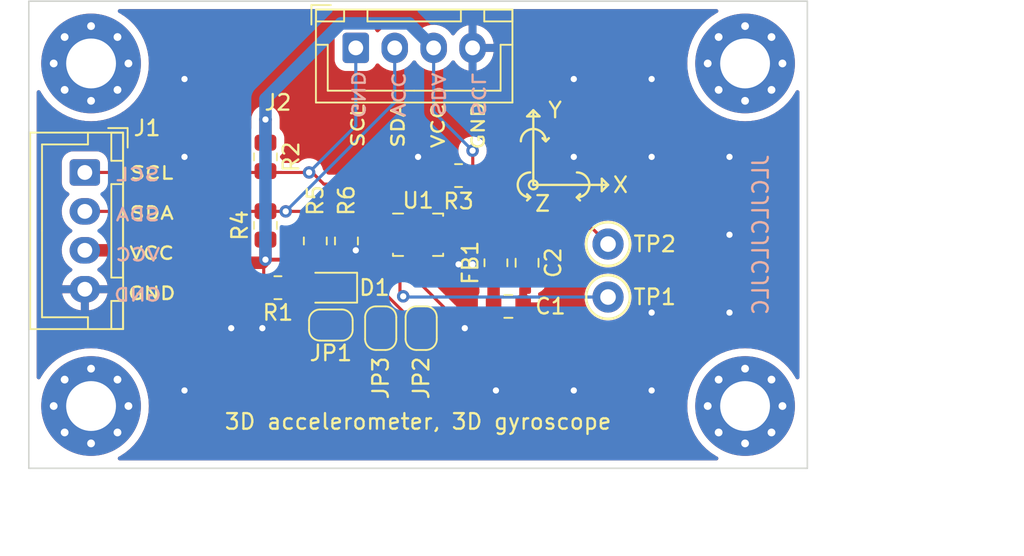
<source format=kicad_pcb>
(kicad_pcb (version 20211014) (generator pcbnew)
  (layers (0 "F.Cu" signal) (31 "B.Cu" signal) (34 "B.Paste" user) (35 "F.Paste" user) (36 "B.SilkS" user "B.Silkscreen") (37 "F.SilkS" user "F.Silkscreen") (38 "B.Mask" user) (39 "F.Mask" user) (44 "Edge.Cuts" user))
  (net 0 "")
  (net 1 "+3.3V")
  (net 2 "GND")
  (net 3 "Net-(C2-Pad1)")
  (net 4 "Net-(D1-Pad1)")
  (net 5 "Net-(D1-Pad2)")
  (net 6 "SCL")
  (net 7 "SDA")
  (net 8 "SCX")
  (net 9 "SDX")
  (net 10 "CS")
  (net 11 "SDO{slash}SA0")
  (net 12 "INT1")
  (net 13 "INT2")
  (footprint "MountingHole:MountingHole_3.2mm_M3_Pad_Via" (layer "F.Cu") (at 104 91)
    (fp_text reference "H3" hide)
    (fp_text value "M3")
    (pad "1" thru_hole circle (at 1.697056 1.697056) (size 0.8 0.8) (drill 0.5) (layers *.Cu *.Mask))
    (pad "1" thru_hole circle (at 0 -2.4) (size 0.8 0.8) (drill 0.5) (layers *.Cu *.Mask))
    (pad "1" thru_hole circle (at -1.697056 1.697056) (size 0.8 0.8) (drill 0.5) (layers *.Cu *.Mask))
    (pad "1" thru_hole circle (at -1.697056 -1.697056) (size 0.8 0.8) (drill 0.5) (layers *.Cu *.Mask))
    (pad "1" thru_hole circle (at 0 0) (size 6.4 6.4) (drill 3.2) (layers *.Cu *.Mask))
    (pad "1" thru_hole circle (at 2.4 0) (size 0.8 0.8) (drill 0.5) (layers *.Cu *.Mask))
    (pad "1" thru_hole circle (at 1.697056 -1.697056) (size 0.8 0.8) (drill 0.5) (layers *.Cu *.Mask))
    (pad "1" thru_hole circle (at -2.4 0) (size 0.8 0.8) (drill 0.5) (layers *.Cu *.Mask))
    (pad "1" thru_hole circle (at 0 2.4) (size 0.8 0.8) (drill 0.5) (layers *.Cu *.Mask))
  )
  (footprint "Capacitor_SMD:C_0805_2012Metric" (layer "F.Cu") (at 130.8 84.6)
    (fp_text reference "C1" (at 2.7 0) (layer "F.SilkS"))
    (fp_text value "100n")
    (fp_line (start -0.261252 -0.735) (end 0.261252 -0.735) (layer "F.SilkS") (width 0.12))
    (fp_line (start -0.261252 0.735) (end 0.261252 0.735) (layer "F.SilkS") (width 0.12))
    (pad "1" smd roundrect (at -0.95 0) (size 1 1.45) (layers "F.Cu" "F.Paste" "F.Mask") (net 1 "+3.3V"))
    (pad "2" smd roundrect (at 0.95 0) (size 1 1.45) (layers "F.Cu" "F.Paste" "F.Mask") (net 2 "GND"))
  )
  (footprint "Resistor_SMD:R_0805_2012Metric" (layer "F.Cu") (at 127.6 76.2 180)
    (fp_text reference "R3" (at 0 -1.65) (layer "F.SilkS"))
    (fp_text value "10K")
    (fp_line (start -0.227064 -0.735) (end 0.227064 -0.735) (layer "F.SilkS") (width 0.12))
    (fp_line (start -0.227064 0.735) (end 0.227064 0.735) (layer "F.SilkS") (width 0.12))
    (pad "1" smd roundrect (at -0.9125 0 180) (size 1.025 1.4) (layers "F.Cu" "F.Paste" "F.Mask") (roundrect_rratio 0.243902) (net 1 "+3.3V"))
    (pad "2" smd roundrect (at 0.9125 0 180) (size 1.025 1.4) (layers "F.Cu" "F.Paste" "F.Mask") (roundrect_rratio 0.243902) (net 10 "CS"))
  )
  (footprint "Resistor_SMD:R_0805_2012Metric" (layer "F.Cu") (at 130 81.8 90)
    (fp_text reference "FB1" (at 0 -1.65 90) (layer "F.SilkS"))
    (fp_text value "30ohm")
    (fp_line (start -0.227064 0.735) (end 0.227064 0.735) (layer "F.SilkS") (width 0.12))
    (fp_line (start -0.227064 -0.735) (end 0.227064 -0.735) (layer "F.SilkS") (width 0.12))
    (pad "1" smd roundrect (at -0.9125 0 90) (size 1.025 1.4) (layers "F.Cu" "F.Paste" "F.Mask") (roundrect_rratio 0.243902) (net 1 "+3.3V"))
    (pad "2" smd roundrect (at 0.9125 0 90) (size 1.025 1.4) (layers "F.Cu" "F.Paste" "F.Mask") (roundrect_rratio 0.243902) (net 3 "Net-(C2-Pad1)"))
  )
  (footprint "TestPoint:TestPoint_Keystone_5000-5004_Miniature" (layer "F.Cu") (at 137.2 80.6)
    (fp_text reference "TP2" (at 3 0) (layer "F.SilkS"))
    (fp_text value "INT2")
    (fp_circle (center 0 0) (end 1.4 0) (layer "F.SilkS") (width 0.15) (fill none))
    (pad "1" thru_hole circle (at 0 0) (size 2 2) (drill 1) (layers *.Cu *.Mask) (net 13 "INT2"))
  )
  (footprint "Connector_JST:JST_XH_B4B-XH-A_1x04_P2.50mm_Vertical" (layer "F.Cu") (at 121 68)
    (fp_text reference "J2" (at -5 3.51) (layer "F.SilkS"))
    (fp_text value "XH/4P/2.5")
    (fp_line (start 10.05 -1.7) (end 10.05 -2.45) (layer "F.SilkS") (width 0.12))
    (fp_line (start 9.3 2.75) (end 3.75 2.75) (layer "F.SilkS") (width 0.12))
    (fp_line (start -2.55 -1.7) (end -0.75 -1.7) (layer "F.SilkS") (width 0.12))
    (fp_line (start -2.56 3.51) (end 10.06 3.51) (layer "F.SilkS") (width 0.12))
    (fp_line (start -2.55 -0.2) (end -1.8 -0.2) (layer "F.SilkS") (width 0.12))
    (fp_line (start -2.56 -2.46) (end -2.56 3.51) (layer "F.SilkS") (width 0.12))
    (fp_line (start -2.85 -2.75) (end -2.85 -1.5) (layer "F.SilkS") (width 0.12))
    (fp_line (start -1.8 -0.2) (end -1.8 2.75) (layer "F.SilkS") (width 0.12))
    (fp_line (start 10.06 3.51) (end 10.06 -2.46) (layer "F.SilkS") (width 0.12))
    (fp_line (start 0.75 -2.45) (end 0.75 -1.7) (layer "F.SilkS") (width 0.12))
    (fp_line (start 6.75 -2.45) (end 0.75 -2.45) (layer "F.SilkS") (width 0.12))
    (fp_line (start 6.75 -1.7) (end 6.75 -2.45) (layer "F.SilkS") (width 0.12))
    (fp_line (start 8.25 -1.7) (end 10.05 -1.7) (layer "F.SilkS") (width 0.12))
    (fp_line (start 8.25 -2.45) (end 8.25 -1.7) (layer "F.SilkS") (width 0.12))
    (fp_line (start 10.05 -0.2) (end 9.3 -0.2) (layer "F.SilkS") (width 0.12))
    (fp_line (start 10.06 -2.46) (end -2.56 -2.46) (layer "F.SilkS") (width 0.12))
    (fp_line (start 9.3 -0.2) (end 9.3 2.75) (layer "F.SilkS") (width 0.12))
    (fp_line (start -1.8 2.75) (end 3.75 2.75) (layer "F.SilkS") (width 0.12))
    (fp_line (start -2.55 -2.45) (end -2.55 -1.7) (layer "F.SilkS") (width 0.12))
    (fp_line (start -1.6 -2.75) (end -2.85 -2.75) (layer "F.SilkS") (width 0.12))
    (fp_line (start 0.75 -1.7) (end 6.75 -1.7) (layer "F.SilkS") (width 0.12))
    (fp_line (start -0.75 -1.7) (end -0.75 -2.45) (layer "F.SilkS") (width 0.12))
    (fp_line (start -0.75 -2.45) (end -2.55 -2.45) (layer "F.SilkS") (width 0.12))
    (fp_line (start 10.05 -2.45) (end 8.25 -2.45) (layer "F.SilkS") (width 0.12))
    (pad "1" thru_hole roundrect (at 0 0) (size 1.7 1.95) (drill 0.95) (layers *.Cu *.Mask) (roundrect_rratio 0.147059) (net 6 "SCL"))
    (pad "2" thru_hole oval (at 2.5 0) (size 1.7 1.95) (drill 0.95) (layers *.Cu *.Mask) (net 7 "SDA"))
    (pad "3" thru_hole oval (at 5 0) (size 1.7 1.95) (drill 0.95) (layers *.Cu *.Mask) (net 1 "+3.3V"))
    (pad "4" thru_hole oval (at 7.5 0) (size 1.7 1.95) (drill 0.95) (layers *.Cu *.Mask) (net 2 "GND"))
  )
  (footprint "Package_LGA:LGA-14_3x2.5mm_P0.5mm_LayoutBorder3x4y" (layer "F.Cu") (at 125 80)
    (fp_text reference "U1" (at 0 -2.2) (layer "F.SilkS"))
    (fp_text value "LSM6DS3")
    (fp_line (start 0.96 1.36) (end 1.61 1.36) (layer "F.SilkS") (width 0.12))
    (fp_line (start -1.61 1.36) (end -1.61 1.21) (layer "F.SilkS") (width 0.12))
    (fp_line (start 0.96 -1.36) (end 1.61 -1.36) (layer "F.SilkS") (width 0.12))
    (fp_line (start -0.96 -1.36) (end -1.61 -1.36) (layer "F.SilkS") (width 0.12))
    (fp_line (start -0.96 1.36) (end -1.61 1.36) (layer "F.SilkS") (width 0.12))
    (fp_line (start 1.61 1.36) (end 1.61 1.21) (layer "F.SilkS") (width 0.12))
    (fp_line (start 1.61 -1.36) (end 1.61 -1.21) (layer "F.SilkS") (width 0.12))
    (pad "1" smd custom (at -1.1625 -0.75) (size 0.223223 0.223223) (layers "F.Cu" "F.Paste" "F.Mask") (net 11 "SDO{slash}SA0") (options (clearance outline) (anchor circle)) (primitives (gr_poly (pts (xy 0.2375 0.081066) (xy 0.2375 0.125) (xy -0.2375 0.125) (xy -0.2375 -0.125) (xy 0.031434 -0.125)) (width 0.15) (fill yes))))
    (pad "2" smd roundrect (at -1.1625 -0.25) (size 0.625 0.4) (layers "F.Cu" "F.Paste" "F.Mask") (net 9 "SDX"))
    (pad "3" smd roundrect (at -1.1625 0.25) (size 0.625 0.4) (layers "F.Cu" "F.Paste" "F.Mask") (net 8 "SCX"))
    (pad "4" smd custom (at -1.1625 0.75) (size 0.223223 0.223223) (layers "F.Cu" "F.Paste" "F.Mask") (net 12 "INT1") (options (clearance outline) (anchor circle)) (primitives (gr_poly (pts (xy 0.2375 -0.081066) (xy 0.031434 0.125) (xy -0.2375 0.125) (xy -0.2375 -0.125) (xy 0.2375 -0.125)) (width 0.15) (fill yes))))
    (pad "5" smd custom (at -0.5 0.9125) (size 0.223223 0.223223) (layers "F.Cu" "F.Paste" "F.Mask") (net 1 "+3.3V") (options (clearance outline) (anchor circle)) (primitives (gr_poly (pts (xy 0.125 0.2375) (xy -0.125 0.2375) (xy -0.125 -0.031434) (xy 0.081066 -0.2375) (xy 0.125 -0.2375)) (width 0.15) (fill yes))))
    (pad "6" smd roundrect (at 0 0.9125) (size 0.4 0.625) (layers "F.Cu" "F.Paste" "F.Mask") (net 2 "GND"))
    (pad "7" smd custom (at 0.5 0.9125) (size 0.223223 0.223223) (layers "F.Cu" "F.Paste" "F.Mask") (net 2 "GND") (options (clearance outline) (anchor circle)) (primitives (gr_poly (pts (xy 0.125 -0.031434) (xy 0.125 0.2375) (xy -0.125 0.2375) (xy -0.125 -0.2375) (xy -0.081066 -0.2375)) (width 0.15) (fill yes))))
    (pad "8" smd custom (at 1.1625 0.75) (size 0.223223 0.223223) (layers "F.Cu" "F.Paste" "F.Mask") (net 3 "Net-(C2-Pad1)") (options (clearance outline) (anchor circle)) (primitives (gr_poly (pts (xy 0.2375 0.125) (xy -0.031434 0.125) (xy -0.2375 -0.081066) (xy -0.2375 -0.125) (xy 0.2375 -0.125)) (width 0.15) (fill yes))))
    (pad "9" smd roundrect (at 1.1625 0.25) (size 0.625 0.4) (layers "F.Cu" "F.Paste" "F.Mask") (net 13 "INT2"))
    (pad "10" smd roundrect (at 1.1625 -0.25) (size 0.625 0.4) (layers "F.Cu" "F.Paste" "F.Mask"))
    (pad "11" smd custom (at 1.1625 -0.75) (size 0.223223 0.223223) (layers "F.Cu" "F.Paste" "F.Mask") (options (clearance outline) (anchor circle)) (primitives (gr_poly (pts (xy 0.2375 0.125) (xy -0.2375 0.125) (xy -0.2375 0.081066) (xy -0.031434 -0.125) (xy 0.2375 -0.125)) (width 0.15) (fill yes))))
    (pad "12" smd custom (at 0.5 -0.9125) (size 0.223223 0.223223) (layers "F.Cu" "F.Paste" "F.Mask") (net 10 "CS") (options (clearance outline) (anchor circle)) (primitives (gr_poly (pts (xy 0.125 0.031434) (xy -0.081066 0.2375) (xy -0.125 0.2375) (xy -0.125 -0.2375) (xy 0.125 -0.2375)) (width 0.15) (fill yes))))
    (pad "13" smd roundrect (at 0 -0.9125) (size 0.4 0.625) (layers "F.Cu" "F.Paste" "F.Mask") (net 6 "SCL"))
    (pad "14" smd custom (at -0.5 -0.9125) (size 0.223223 0.223223) (layers "F.Cu" "F.Paste" "F.Mask") (net 7 "SDA") (options (clearance outline) (anchor circle)) (primitives (gr_poly (pts (xy 0.125 0.2375) (xy 0.081066 0.2375) (xy -0.125 0.031434) (xy -0.125 -0.2375) (xy 0.125 -0.2375)) (width 0.15) (fill yes))))
  )
  (footprint "Resistor_SMD:R_0805_2012Metric" (layer "F.Cu") (at 120.4 80.4 -90)
    (fp_text reference "R6" (at -2.6 0 90) (layer "F.SilkS"))
    (fp_text value "100K (NC)")
    (fp_line (start -0.227064 0.735) (end 0.227064 0.735) (layer "F.SilkS") (width 0.12))
    (fp_line (start -0.227064 -0.735) (end 0.227064 -0.735) (layer "F.SilkS") (width 0.12))
    (pad "1" smd roundrect (at -0.9125 0 270) (size 1.025 1.4) (layers "F.Cu" "F.Paste" "F.Mask") (roundrect_rratio 0.243902) (net 11 "SDO{slash}SA0"))
    (pad "2" smd roundrect (at 0.9125 0 270) (size 1.025 1.4) (layers "F.Cu" "F.Paste" "F.Mask") (roundrect_rratio 0.243902) (net 2 "GND"))
  )
  (footprint "Resistor_SMD:R_0805_2012Metric" (layer "F.Cu") (at 115.2 75 -90)
    (fp_text reference "R2" (at 0 -1.65 90) (layer "F.SilkS"))
    (fp_text value "4.7K")
    (fp_line (start -0.227064 -0.735) (end 0.227064 -0.735) (layer "F.SilkS") (width 0.12))
    (fp_line (start -0.227064 0.735) (end 0.227064 0.735) (layer "F.SilkS") (width 0.12))
    (pad "1" smd roundrect (at -0.9125 0 270) (size 1.025 1.4) (layers "F.Cu" "F.Paste" "F.Mask") (roundrect_rratio 0.243902) (net 1 "+3.3V"))
    (pad "2" smd roundrect (at 0.9125 0 270) (size 1.025 1.4) (layers "F.Cu" "F.Paste" "F.Mask") (roundrect_rratio 0.243902) (net 6 "SCL"))
  )
  (footprint "MountingHole:MountingHole_3.2mm_M3_Pad_Via" (layer "F.Cu") (at 104 69)
    (fp_text reference "H4" hide)
    (fp_text value "M3")
    (pad "1" thru_hole circle (at -1.697056 1.697056) (size 0.8 0.8) (drill 0.5) (layers *.Cu *.Mask))
    (pad "1" thru_hole circle (at 0 2.4) (size 0.8 0.8) (drill 0.5) (layers *.Cu *.Mask))
    (pad "1" thru_hole circle (at 0 0) (size 6.4 6.4) (drill 3.2) (layers *.Cu *.Mask))
    (pad "1" thru_hole circle (at -2.4 0) (size 0.8 0.8) (drill 0.5) (layers *.Cu *.Mask))
    (pad "1" thru_hole circle (at -1.697056 -1.697056) (size 0.8 0.8) (drill 0.5) (layers *.Cu *.Mask))
    (pad "1" thru_hole circle (at 0 -2.4) (size 0.8 0.8) (drill 0.5) (layers *.Cu *.Mask))
    (pad "1" thru_hole circle (at 1.697056 -1.697056) (size 0.8 0.8) (drill 0.5) (layers *.Cu *.Mask))
    (pad "1" thru_hole circle (at 1.697056 1.697056) (size 0.8 0.8) (drill 0.5) (layers *.Cu *.Mask))
    (pad "1" thru_hole circle (at 2.4 0) (size 0.8 0.8) (drill 0.5) (layers *.Cu *.Mask))
  )
  (footprint "Jumper:SolderJumper-2_P1.3mm_Bridged_RoundedPad1.0x1.5mm" (layer "F.Cu") (at 119.4 85.8 180)
    (fp_text reference "JP1" (at 0 -1.8) (layer "F.SilkS"))
    (fp_text value "LED")
    (fp_poly (pts (xy 0.25 -0.3) (xy -0.25 -0.3) (xy -0.25 0.3) (xy 0.25 0.3)) (layer "F.Cu") (width 0) (fill solid))
    (fp_line (start -1.4 0.3) (end -1.4 -0.3) (layer "F.SilkS") (width 0.12))
    (fp_line (start 1.4 -0.3) (end 1.4 0.3) (layer "F.SilkS") (width 0.12))
    (fp_line (start -0.7 -1) (end 0.7 -1) (layer "F.SilkS") (width 0.12))
    (fp_line (start 0.7 1) (end -0.7 1) (layer "F.SilkS") (width 0.12))
    (fp_arc (start 1.4 0.3) (mid 1.194975 0.794975) (end 0.7 1) (layer "F.SilkS") (width 0.12))
    (fp_arc (start 0.7 -1) (mid 1.194975 -0.794975) (end 1.4 -0.3) (layer "F.SilkS") (width 0.12))
    (fp_arc (start -0.7 1) (mid -1.194975 0.794975) (end -1.4 0.3) (layer "F.SilkS") (width 0.12))
    (fp_arc (start -1.4 -0.3) (mid -1.194975 -0.794975) (end -0.7 -1) (layer "F.SilkS") (width 0.12))
    (pad "1" smd custom (at -0.65 0 180) (size 1 0.5) (layers "F.Cu" "F.Mask") (net 4 "Net-(D1-Pad1)") (options (clearance outline) (anchor rect)) (primitives (gr_circle (center 0 0.25) (end 0.5 0.25) (width 0) (fill yes)) (gr_circle (center 0 -0.25) (end 0.5 -0.25) (width 0) (fill yes)) (gr_poly (pts (xy 0.5 0.75) (xy 0 0.75) (xy 0 -0.75) (xy 0.5 -0.75)) (width 0) (fill yes))))
    (pad "2" smd custom (at 0.65 0 180) (size 1 0.5) (layers "F.Cu" "F.Mask") (net 2 "GND") (options (clearance outline) (anchor rect)) (primitives (gr_circle (center 0 0.25) (end 0.5 0.25) (width 0) (fill yes)) (gr_circle (center 0 -0.25) (end 0.5 -0.25) (width 0) (fill yes)) (gr_poly (pts (xy 0 0.75) (xy -0.5 0.75) (xy -0.5 -0.75) (xy 0 -0.75)) (width 0) (fill yes))))
  )
  (footprint "Jumper:SolderJumper-2_P1.3mm_Bridged_RoundedPad1.0x1.5mm" (layer "F.Cu") (at 122.6 86 -90)
    (fp_text reference "JP3" (at 3.2 0 90) (layer "F.SilkS"))
    (fp_text value "SDX")
    (fp_poly (pts (xy 0.25 -0.3) (xy -0.25 -0.3) (xy -0.25 0.3) (xy 0.25 0.3)) (layer "F.Cu") (width 0) (fill solid))
    (fp_line (start -1.4 0.3) (end -1.4 -0.3) (layer "F.SilkS") (width 0.12))
    (fp_line (start 1.4 -0.3) (end 1.4 0.3) (layer "F.SilkS") (width 0.12))
    (fp_line (start 0.7 1) (end -0.7 1) (layer "F.SilkS") (width 0.12))
    (fp_line (start -0.7 -1) (end 0.7 -1) (layer "F.SilkS") (width 0.12))
    (fp_arc (start -1.4 -0.3) (mid -1.194975 -0.794975) (end -0.7 -1) (layer "F.SilkS") (width 0.12))
    (fp_arc (start 1.4 0.3) (mid 1.194975 0.794975) (end 0.7 1) (layer "F.SilkS") (width 0.12))
    (fp_arc (start -0.7 1) (mid -1.194975 0.794975) (end -1.4 0.3) (layer "F.SilkS") (width 0.12))
    (fp_arc (start 0.7 -1) (mid 1.194975 -0.794975) (end 1.4 -0.3) (layer "F.SilkS") (width 0.12))
    (pad "1" smd custom (at -0.65 0 270) (size 1 0.5) (layers "F.Cu" "F.Mask") (net 9 "SDX") (options (clearance outline) (anchor rect)) (primitives (gr_circle (center 0 0.25) (end 0.5 0.25) (width 0) (fill yes)) (gr_circle (center 0 -0.25) (end 0.5 -0.25) (width 0) (fill yes)) (gr_poly (pts (xy 0.5 0.75) (xy 0 0.75) (xy 0 -0.75) (xy 0.5 -0.75)) (width 0) (fill yes))))
    (pad "2" smd custom (at 0.65 0 270) (size 1 0.5) (layers "F.Cu" "F.Mask") (net 2 "GND") (options (clearance outline) (anchor rect)) (primitives (gr_circle (center 0 0.25) (end 0.5 0.25) (width 0) (fill yes)) (gr_circle (center 0 -0.25) (end 0.5 -0.25) (width 0) (fill yes)) (gr_poly (pts (xy 0 0.75) (xy -0.5 0.75) (xy -0.5 -0.75) (xy 0 -0.75)) (width 0) (fill yes))))
  )
  (footprint "Connector_JST:JST_XH_B4B-XH-A_1x04_P2.50mm_Vertical" (layer "F.Cu") (at 103.6 76 -90)
    (fp_text reference "J1" (at -2.85 -4 180) (layer "F.SilkS"))
    (fp_text value "XH/4P/2.5")
    (fp_line (start 10.05 -0.2) (end 9.3 -0.2) (layer "F.SilkS") (width 0.12))
    (fp_line (start -2.56 3.51) (end 10.06 3.51) (layer "F.SilkS") (width 0.12))
    (fp_line (start -2.55 -1.7) (end -0.75 -1.7) (layer "F.SilkS") (width 0.12))
    (fp_line (start -2.56 -2.46) (end -2.56 3.51) (layer "F.SilkS") (width 0.12))
    (fp_line (start 6.75 -2.45) (end 0.75 -2.45) (layer "F.SilkS") (width 0.12))
    (fp_line (start 10.05 -1.7) (end 10.05 -2.45) (layer "F.SilkS") (width 0.12))
    (fp_line (start -1.8 2.75) (end 3.75 2.75) (layer "F.SilkS") (width 0.12))
    (fp_line (start -2.55 -2.45) (end -2.55 -1.7) (layer "F.SilkS") (width 0.12))
    (fp_line (start -0.75 -2.45) (end -2.55 -2.45) (layer "F.SilkS") (width 0.12))
    (fp_line (start -0.75 -1.7) (end -0.75 -2.45) (layer "F.SilkS") (width 0.12))
    (fp_line (start 8.25 -1.7) (end 10.05 -1.7) (layer "F.SilkS") (width 0.12))
    (fp_line (start -1.8 -0.2) (end -1.8 2.75) (layer "F.SilkS") (width 0.12))
    (fp_line (start -2.85 -2.75) (end -2.85 -1.5) (layer "F.SilkS") (width 0.12))
    (fp_line (start -2.55 -0.2) (end -1.8 -0.2) (layer "F.SilkS") (width 0.12))
    (fp_line (start 0.75 -2.45) (end 0.75 -1.7) (layer "F.SilkS") (width 0.12))
    (fp_line (start 10.06 -2.46) (end -2.56 -2.46) (layer "F.SilkS") (width 0.12))
    (fp_line (start 9.3 -0.2) (end 9.3 2.75) (layer "F.SilkS") (width 0.12))
    (fp_line (start 10.05 -2.45) (end 8.25 -2.45) (layer "F.SilkS") (width 0.12))
    (fp_line (start 10.06 3.51) (end 10.06 -2.46) (layer "F.SilkS") (width 0.12))
    (fp_line (start 8.25 -2.45) (end 8.25 -1.7) (layer "F.SilkS") (width 0.12))
    (fp_line (start 9.3 2.75) (end 3.75 2.75) (layer "F.SilkS") (width 0.12))
    (fp_line (start -1.6 -2.75) (end -2.85 -2.75) (layer "F.SilkS") (width 0.12))
    (fp_line (start 0.75 -1.7) (end 6.75 -1.7) (layer "F.SilkS") (width 0.12))
    (fp_line (start 6.75 -1.7) (end 6.75 -2.45) (layer "F.SilkS") (width 0.12))
    (pad "1" thru_hole roundrect (at 0 0 270) (size 1.7 1.95) (drill 0.95) (layers *.Cu *.Mask) (roundrect_rratio 0.147059) (net 6 "SCL"))
    (pad "2" thru_hole oval (at 2.5 0 270) (size 1.7 1.95) (drill 0.95) (layers *.Cu *.Mask) (net 7 "SDA"))
    (pad "3" thru_hole oval (at 5 0 270) (size 1.7 1.95) (drill 0.95) (layers *.Cu *.Mask) (net 1 "+3.3V"))
    (pad "4" thru_hole oval (at 7.5 0 270) (size 1.7 1.95) (drill 0.95) (layers *.Cu *.Mask) (net 2 "GND"))
  )
  (footprint "Resistor_SMD:R_0805_2012Metric" (layer "F.Cu") (at 116 83.4)
    (fp_text reference "R1" (at 0 1.6) (layer "F.SilkS"))
    (fp_text value "1K")
    (fp_line (start -0.227064 -0.735) (end 0.227064 -0.735) (layer "F.SilkS") (width 0.12))
    (fp_line (start -0.227064 0.735) (end 0.227064 0.735) (layer "F.SilkS") (width 0.12))
    (pad "1" smd roundrect (at -0.9125 0) (size 1.025 1.4) (layers "F.Cu" "F.Paste" "F.Mask") (roundrect_rratio 0.243902) (net 1 "+3.3V"))
    (pad "2" smd roundrect (at 0.9125 0) (size 1.025 1.4) (layers "F.Cu" "F.Paste" "F.Mask") (roundrect_rratio 0.243902) (net 5 "Net-(D1-Pad2)"))
  )
  (footprint "LED_SMD:LED_0805_2012Metric" (layer "F.Cu") (at 119.4 83.4 180)
    (fp_text reference "D1" (at -2.8 0) (layer "F.SilkS"))
    (fp_text value "RED")
    (fp_line (start -1.685 0.96) (end 1 0.96) (layer "F.SilkS") (width 0.12))
    (fp_line (start -1.685 -0.96) (end -1.685 0.96) (layer "F.SilkS") (width 0.12))
    (fp_line (start 1 -0.96) (end -1.685 -0.96) (layer "F.SilkS") (width 0.12))
    (pad "1" smd roundrect (at -0.9375 0 180) (size 0.975 1.4) (layers "F.Cu" "F.Paste" "F.Mask") (net 4 "Net-(D1-Pad1)"))
    (pad "2" smd roundrect (at 0.9375 0 180) (size 0.975 1.4) (layers "F.Cu" "F.Paste" "F.Mask") (net 5 "Net-(D1-Pad2)"))
  )
  (footprint "Jumper:SolderJumper-2_P1.3mm_Bridged_RoundedPad1.0x1.5mm" (layer "F.Cu") (at 125.2 86 -90)
    (fp_text reference "JP2" (at 3.2 0 90) (layer "F.SilkS"))
    (fp_text value "SCX")
    (fp_poly (pts (xy 0.25 -0.3) (xy -0.25 -0.3) (xy -0.25 0.3) (xy 0.25 0.3)) (layer "F.Cu") (width 0) (fill solid))
    (fp_line (start 1.4 -0.3) (end 1.4 0.3) (layer "F.SilkS") (width 0.12))
    (fp_line (start -0.7 -1) (end 0.7 -1) (layer "F.SilkS") (width 0.12))
    (fp_line (start 0.7 1) (end -0.7 1) (layer "F.SilkS") (width 0.12))
    (fp_line (start -1.4 0.3) (end -1.4 -0.3) (layer "F.SilkS") (width 0.12))
    (fp_arc (start -0.7 1) (mid -1.194975 0.794975) (end -1.4 0.3) (layer "F.SilkS") (width 0.12))
    (fp_arc (start 1.4 0.3) (mid 1.194975 0.794975) (end 0.7 1) (layer "F.SilkS") (width 0.12))
    (fp_arc (start -1.4 -0.3) (mid -1.194975 -0.794975) (end -0.7 -1) (layer "F.SilkS") (width 0.12))
    (fp_arc (start 0.7 -1) (mid 1.194975 -0.794975) (end 1.4 -0.3) (layer "F.SilkS") (width 0.12))
    (pad "1" smd custom (at -0.65 0 270) (size 1 0.5) (layers "F.Cu" "F.Mask") (net 8 "SCX") (options (clearance outline) (anchor rect)) (primitives (gr_circle (center 0 0.25) (end 0.5 0.25) (width 0) (fill yes)) (gr_circle (center 0 -0.25) (end 0.5 -0.25) (width 0) (fill yes)) (gr_poly (pts (xy 0.5 0.75) (xy 0 0.75) (xy 0 -0.75) (xy 0.5 -0.75)) (width 0) (fill yes))))
    (pad "2" smd custom (at 0.65 0 270) (size 1 0.5) (layers "F.Cu" "F.Mask") (net 2 "GND") (options (clearance outline) (anchor rect)) (primitives (gr_circle (center 0 0.25) (end 0.5 0.25) (width 0) (fill yes)) (gr_circle (center 0 -0.25) (end 0.5 -0.25) (width 0) (fill yes)) (gr_poly (pts (xy 0 0.75) (xy -0.5 0.75) (xy -0.5 -0.75) (xy 0 -0.75)) (width 0) (fill yes))))
  )
  (footprint "MountingHole:MountingHole_3.2mm_M3_Pad_Via" (layer "F.Cu") (at 146 91)
    (fp_text reference "H2" hide)
    (fp_text value "M3")
    (pad "1" thru_hole circle (at 0 0) (size 6.4 6.4) (drill 3.2) (layers *.Cu *.Mask))
    (pad "1" thru_hole circle (at 0 2.4) (size 0.8 0.8) (drill 0.5) (layers *.Cu *.Mask))
    (pad "1" thru_hole circle (at -1.697056 1.697056) (size 0.8 0.8) (drill 0.5) (layers *.Cu *.Mask))
    (pad "1" thru_hole circle (at 1.697056 1.697056) (size 0.8 0.8) (drill 0.5) (layers *.Cu *.Mask))
    (pad "1" thru_hole circle (at 2.4 0) (size 0.8 0.8) (drill 0.5) (layers *.Cu *.Mask))
    (pad "1" thru_hole circle (at -2.4 0) (size 0.8 0.8) (drill 0.5) (layers *.Cu *.Mask))
    (pad "1" thru_hole circle (at -1.697056 -1.697056) (size 0.8 0.8) (drill 0.5) (layers *.Cu *.Mask))
    (pad "1" thru_hole circle (at 1.697056 -1.697056) (size 0.8 0.8) (drill 0.5) (layers *.Cu *.Mask))
    (pad "1" thru_hole circle (at 0 -2.4) (size 0.8 0.8) (drill 0.5) (layers *.Cu *.Mask))
  )
  (footprint "MountingHole:MountingHole_3.2mm_M3_Pad_Via" (layer "F.Cu") (at 146 69)
    (fp_text reference "H1" hide)
    (fp_text value "M3")
    (pad "1" thru_hole circle (at -2.4 0) (size 0.8 0.8) (drill 0.5) (layers *.Cu *.Mask))
    (pad "1" thru_hole circle (at 0 -2.4) (size 0.8 0.8) (drill 0.5) (layers *.Cu *.Mask))
    (pad "1" thru_hole circle (at 2.4 0) (size 0.8 0.8) (drill 0.5) (layers *.Cu *.Mask))
    (pad "1" thru_hole circle (at 1.697056 -1.697056) (size 0.8 0.8) (drill 0.5) (layers *.Cu *.Mask))
    (pad "1" thru_hole circle (at -1.697056 1.697056) (size 0.8 0.8) (drill 0.5) (layers *.Cu *.Mask))
    (pad "1" thru_hole circle (at -1.697056 -1.697056) (size 0.8 0.8) (drill 0.5) (layers *.Cu *.Mask))
    (pad "1" thru_hole circle (at 1.697056 1.697056) (size 0.8 0.8) (drill 0.5) (layers *.Cu *.Mask))
    (pad "1" thru_hole circle (at 0 2.4) (size 0.8 0.8) (drill 0.5) (layers *.Cu *.Mask))
    (pad "1" thru_hole circle (at 0 0) (size 6.4 6.4) (drill 3.2) (layers *.Cu *.Mask))
  )
  (footprint "Resistor_SMD:R_0805_2012Metric" (layer "F.Cu") (at 115.2 79.4 90)
    (fp_text reference "R4" (at 0 -1.65 90) (layer "F.SilkS"))
    (fp_text value "4.7K")
    (fp_line (start -0.227064 -0.735) (end 0.227064 -0.735) (layer "F.SilkS") (width 0.12))
    (fp_line (start -0.227064 0.735) (end 0.227064 0.735) (layer "F.SilkS") (width 0.12))
    (pad "1" smd roundrect (at -0.9125 0 90) (size 1.025 1.4) (layers "F.Cu" "F.Paste" "F.Mask") (roundrect_rratio 0.243902) (net 1 "+3.3V"))
    (pad "2" smd roundrect (at 0.9125 0 90) (size 1.025 1.4) (layers "F.Cu" "F.Paste" "F.Mask") (roundrect_rratio 0.243902) (net 7 "SDA"))
  )
  (footprint "Capacitor_SMD:C_0805_2012Metric" (layer "F.Cu") (at 132 81.8 -90)
    (fp_text reference "C2" (at 0 -1.68 90) (layer "F.SilkS"))
    (fp_text value "100n")
    (fp_line (start -0.261252 0.735) (end 0.261252 0.735) (layer "F.SilkS") (width 0.12))
    (fp_line (start -0.261252 -0.735) (end 0.261252 -0.735) (layer "F.SilkS") (width 0.12))
    (pad "1" smd roundrect (at -0.95 0 270) (size 1 1.45) (layers "F.Cu" "F.Paste" "F.Mask") (net 3 "Net-(C2-Pad1)"))
    (pad "2" smd roundrect (at 0.95 0 270) (size 1 1.45) (layers "F.Cu" "F.Paste" "F.Mask") (net 2 "GND"))
  )
  (footprint "TestPoint:TestPoint_Keystone_5000-5004_Miniature" (layer "F.Cu") (at 137.2 84)
    (fp_text reference "TP1" (at 3 0) (layer "F.SilkS"))
    (fp_text value "INT1")
    (fp_circle (center 0 0) (end 1.4 0) (layer "F.SilkS") (width 0.15) (fill none))
    (pad "1" thru_hole circle (at 0 0) (size 2 2) (drill 1) (layers *.Cu *.Mask) (net 12 "INT1"))
  )
  (footprint "Resistor_SMD:R_0805_2012Metric" (layer "F.Cu") (at 118.4 80.4 90)
    (fp_text reference "R5" (at 2.6 0 90) (layer "F.SilkS"))
    (fp_text value "100K")
    (fp_line (start -0.227064 0.735) (end 0.227064 0.735) (layer "F.SilkS") (width 0.12))
    (fp_line (start -0.227064 -0.735) (end 0.227064 -0.735) (layer "F.SilkS") (width 0.12))
    (pad "1" smd roundrect (at -0.9125 0 90) (size 1.025 1.4) (layers "F.Cu" "F.Paste" "F.Mask") (roundrect_rratio 0.243902) (net 1 "+3.3V"))
    (pad "2" smd roundrect (at 0.9125 0 90) (size 1.025 1.4) (layers "F.Cu" "F.Paste" "F.Mask") (roundrect_rratio 0.243902) (net 11 "SDO{slash}SA0"))
  )
  (gr_line (start 136.8 76.4) (end 136.8 77.2) (layer "F.SilkS") (width 0.15))
  (gr_line (start 133.2 74) (end 133 73.8) (layer "F.SilkS") (width 0.15))
  (gr_arc (start 135.2 76) (mid 136 76.8) (end 135.2 77.6) (layer "F.SilkS") (width 0.15))
  (gr_line (start 137.2 76.8) (end 136.8 76.4) (layer "F.SilkS") (width 0.15))
  (gr_line (start 136.8 77.2) (end 137.2 76.8) (layer "F.SilkS") (width 0.15))
  (gr_line (start 132.4 76.8) (end 137.2 76.8) (layer "F.SilkS") (width 0.15))
  (gr_line (start 132 72.4) (end 132.8 72.4) (layer "F.SilkS") (width 0.15))
  (gr_line (start 135.4 77.4) (end 135.2 77.6) (layer "F.SilkS") (width 0.15))
  (gr_line (start 132.4 76.8) (end 132.4 72) (layer "F.SilkS") (width 0.15))
  (gr_line (start 132.8 72.4) (end 132.4 72) (layer "F.SilkS") (width 0.15))
  (gr_line (start 135.2 77.6) (end 135.4 77.4) (layer "F.SilkS") (width 0.15))
  (gr_line (start 135.2 77.6) (end 135.4 77.8) (layer "F.SilkS") (width 0.15))
  (gr_line (start 132.4 72) (end 132 72.4) (layer "F.SilkS") (width 0.15))
  (gr_arc (start 131.6 74) (mid 132.4 73.2) (end 133.2 74) (layer "F.SilkS") (width 0.15))
  (gr_circle (center 132.4 76.8) (end 132.6 77) (layer "F.SilkS") (width 0.15) (fill none))
  (gr_arc (start 132.2 77.6) (mid 131.4 76.8) (end 132.2 76) (layer "F.SilkS") (width 0.15))
  (gr_line (start 132 77.8) (end 132.2 77.6) (layer "F.SilkS") (width 0.15))
  (gr_line (start 133.2 74) (end 133.4 73.8) (layer "F.SilkS") (width 0.15))
  (gr_line (start 132.2 77.6) (end 132 77.4) (layer "F.SilkS") (width 0.15))
  (gr_line (start 133 73.8) (end 133.2 74) (layer "F.SilkS") (width 0.15))
  (gr_rect (start 100 65) (end 150 95) (layer "Edge.Cuts") (width 0.1) (fill none))
  (gr_text "SCL\n\nSDA\n\nVCC\n\nGND" (at 107 80) (layer "B.SilkS") (effects (font (size 0.8 1)) (justify mirror)))
  (gr_text "SCL\n\nSDA\n\nVCC\n\nGND" (at 125 71 -90) (layer "B.SilkS") (effects (font (size 0.8 1)) (justify mirror)))
  (gr_text "JLCJLCJLCJLC" (at 147 80 90) (layer "B.SilkS") (effects (font (size 1 1)) (justify mirror)))
  (gr_text "Z" (at 133 78) (layer "F.SilkS") (effects (font (size 1 1))))
  (gr_text "Y" (at 133.8 72) (layer "F.SilkS") (effects (font (size 1 1))))
  (gr_text "SCL\n\nSDA\n\nVCC\n\nGND" (at 125 73 90) (layer "F.SilkS") (effects (font (size 0.8 1))))
  (gr_text "SCL\n\nSDA\n\nVCC\n\nGND" (at 107.9 79.9) (layer "F.SilkS") (effects (font (size 0.8 1))))
  (gr_text "X" (at 138 76.8) (layer "F.SilkS") (effects (font (size 1 1))))
  (gr_text "3D accelerometer, 3D gyroscope" (at 125 92) (layer "F.SilkS") (effects (font (size 1 1))))
  (segment (start 124.5 82.5) (end 127 85) (width 0.2) (layer "F.Cu") (net 1))
  (segment (start 112 89) (end 127.2 89) (width 0.8) (layer "F.Cu") (net 1))
  (segment (start 127 85) (end 127 89) (width 0.2) (layer "F.Cu") (net 1))
  (segment (start 109.8 81) (end 110.6 81.8) (width 0.8) (layer "F.Cu") (net 1))
  (segment (start 110.6 81.8) (end 110.6 87.6) (width 0.8) (layer "F.Cu") (net 1))
  (segment (start 128.5125 74.6125) (end 128.5 74.6) (width 0.2) (layer "F.Cu") (net 1))
  (segment (start 129.85 86.35) (end 129.85 84.6) (width 0.8) (layer "F.Cu") (net 1))
  (segment (start 118.1125 81.6) (end 115.2 81.6) (width 0.25) (layer "F.Cu") (net 1))
  (segment (start 110.6 87.6) (end 112 89) (width 0.8) (layer "F.Cu") (net 1))
  (segment (start 115.0875 83.4) (end 115.0875 81.7125) (width 0.2) (layer "F.Cu") (net 1))
  (segment (start 129.85 84.6) (end 129.85 82.8625) (width 0.8) (layer "F.Cu") (net 1))
  (segment (start 128.5125 76.2) (end 128.5125 74.6125) (width 0.2) (layer "F.Cu") (net 1))
  (segment (start 115.0875 81.7125) (end 115.2 81.6) (width 0.2) (layer "F.Cu") (net 1))
  (segment (start 127.2 89) (end 129.6 86.6) (width 0.8) (layer "F.Cu") (net 1))
  (segment (start 103.6 81) (end 109.8 81) (width 0.8) (layer "F.Cu") (net 1))
  (segment (start 129.6 86.6) (end 129.85 86.35) (width 0.8) (layer "F.Cu") (net 1))
  (segment (start 115 81.8) (end 115.2 81.6) (width 0.8) (layer "F.Cu") (net 1))
  (segment (start 129.85 82.8625) (end 130 82.7125) (width 0.8) (layer "F.Cu") (net 1))
  (segment (start 115.2 80.3125) (end 115.2 81.6) (width 0.8) (layer "F.Cu") (net 1))
  (segment (start 118.4 81.3125) (end 118.1125 81.6) (width 0.25) (layer "F.Cu") (net 1))
  (segment (start 124.5 80.9125) (end 124.5 82.5) (width 0.2) (layer "F.Cu") (net 1))
  (segment (start 115.2 72.6) (end 115.2 74.0875) (width 0.8) (layer "F.Cu") (net 1))
  (segment (start 110.6 81.8) (end 115 81.8) (width 0.8) (layer "F.Cu") (net 1))
  (via (at 128.5 74.6) (size 0.8) (drill 0.4) (layers "F.Cu" "B.Cu") (net 1))
  (via (at 115.2 72.6) (size 0.8) (drill 0.4) (layers "F.Cu" "B.Cu") (net 1))
  (via (at 115.2 81.6) (size 0.8) (drill 0.4) (layers "F.Cu" "B.Cu") (net 1))
  (segment (start 128.5 74.6) (end 126 72.1) (width 0.2) (layer "B.Cu") (net 1))
  (segment (start 115.2 72.6) (end 115.2 71.272918) (width 0.8) (layer "B.Cu") (net 1))
  (segment (start 120.047918 66.425) (end 124.425 66.425) (width 0.8) (layer "B.Cu") (net 1))
  (segment (start 124.425 66.425) (end 126 68) (width 0.8) (layer "B.Cu") (net 1))
  (segment (start 115.2 71.272918) (end 120.047918 66.425) (width 0.8) (layer "B.Cu") (net 1))
  (segment (start 115.2 81.6) (end 115.2 72.6) (width 0.8) (layer "B.Cu") (net 1))
  (segment (start 126 72.1) (end 126 68) (width 0.2) (layer "B.Cu") (net 1))
  (segment (start 120.6875 81.3125) (end 121 81) (width 0.2) (layer "F.Cu") (net 2))
  (segment (start 120.4 81.3125) (end 120.6875 81.3125) (width 0.2) (layer "F.Cu") (net 2))
  (via (at 140 70) (size 0.8) (drill 0.4) (layers "F.Cu" "B.Cu") (net 2))
  (via (at 140 75) (size 0.8) (drill 0.4) (layers "F.Cu" "B.Cu") (net 2))
  (via (at 121 81) (size 0.8) (drill 0.4) (layers "F.Cu" "B.Cu") (net 2))
  (via (at 127.6 81.9) (size 0.8) (drill 0.4) (layers "F.Cu" "B.Cu") (net 2))
  (via (at 145 85) (size 0.8) (drill 0.4) (layers "F.Cu" "B.Cu") (net 2))
  (via (at 145 80) (size 0.8) (drill 0.4) (layers "F.Cu" "B.Cu") (net 2))
  (via (at 110 70) (size 0.8) (drill 0.4) (layers "F.Cu" "B.Cu") (net 2))
  (via (at 135 75) (size 0.8) (drill 0.4) (layers "F.Cu" "B.Cu") (net 2))
  (via (at 110 90) (size 0.8) (drill 0.4) (layers "F.Cu" "B.Cu") (net 2))
  (via (at 135 90) (size 0.8) (drill 0.4) (layers "F.Cu" "B.Cu") (net 2))
  (via (at 145 75) (size 0.8) (drill 0.4) (layers "F.Cu" "B.Cu") (net 2))
  (via (at 140 85) (size 0.8) (drill 0.4) (layers "F.Cu" "B.Cu") (net 2))
  (via (at 113 86) (size 0.8) (drill 0.4) (layers "F.Cu" "B.Cu") (net 2))
  (via (at 115 86) (size 0.8) (drill 0.4) (layers "F.Cu" "B.Cu") (net 2))
  (via (at 125 75) (size 0.8) (drill 0.4) (layers "F.Cu" "B.Cu") (net 2))
  (via (at 110 75) (size 0.8) (drill 0.4) (layers "F.Cu" "B.Cu") (net 2))
  (via (at 135 70) (size 0.8) (drill 0.4) (layers "F.Cu" "B.Cu") (net 2))
  (via (at 128.5 81.9) (size 0.8) (drill 0.4) (layers "F.Cu" "B.Cu") (net 2))
  (via (at 128 86) (size 0.8) (drill 0.4) (layers "F.Cu" "B.Cu") (net 2))
  (via (at 130 90) (size 0.8) (drill 0.4) (layers "F.Cu" "B.Cu") (net 2))
  (via (at 140 90) (size 0.8) (drill 0.4) (layers "F.Cu" "B.Cu") (net 2))
  (segment (start 130 80.8875) (end 131.9625 80.8875) (width 0.3) (layer "F.Cu") (net 3))
  (segment (start 129.9125 80.8) (end 126.1625 80.8) (width 0.3) (layer "F.Cu") (net 3))
  (segment (start 131.9625 80.8875) (end 132 80.85) (width 0.3) (layer "F.Cu") (net 3))
  (segment (start 130 80.8875) (end 129.9125 80.8) (width 0.3) (layer "F.Cu") (net 3))
  (segment (start 120.05 83.6875) (end 120.3375 83.4) (width 0.2) (layer "F.Cu") (net 4))
  (segment (start 120.05 85.8) (end 120.05 83.6875) (width 0.2) (layer "F.Cu") (net 4))
  (segment (start 116.9125 83.4) (end 118.4625 83.4) (width 0.2) (layer "F.Cu") (net 5))
  (segment (start 118.2 76) (end 118 76) (width 0.2) (layer "F.Cu") (net 6))
  (segment (start 125 77.5) (end 124.25 76.75) (width 0.2) (layer "F.Cu") (net 6))
  (segment (start 118.2 76) (end 118.95 76.75) (width 0.2) (layer "F.Cu") (net 6))
  (segment (start 125 79.0875) (end 125 77.5) (width 0.2) (layer "F.Cu") (net 6))
  (segment (start 118 76) (end 103.6 76) (width 0.2) (layer "F.Cu") (net 6))
  (segment (start 118.95 76.75) (end 124.25 76.75) (width 0.2) (layer "F.Cu") (net 6))
  (via (at 118 76) (size 0.8) (drill 0.4) (layers "F.Cu" "B.Cu") (net 6))
  (segment (start 121 73) (end 121 68) (width 0.2) (layer "B.Cu") (net 6))
  (segment (start 118 76) (end 121 73) (width 0.2) (layer "B.Cu") (net 6))
  (segment (start 116.5 78.5) (end 103.6 78.5) (width 0.2) (layer "F.Cu") (net 7))
  (segment (start 124.5 79.0875) (end 123.9125 78.5) (width 0.2) (layer "F.Cu") (net 7))
  (segment (start 123.9125 78.5) (end 116.5 78.5) (width 0.2) (layer "F.Cu") (net 7))
  (via (at 116.5 78.5) (size 0.8) (drill 0.4) (layers "F.Cu" "B.Cu") (net 7))
  (segment (start 123.5 71.5) (end 123.5 68) (width 0.2) (layer "B.Cu") (net 7))
  (segment (start 116.5 78.5) (end 123.5 71.5) (width 0.2) (layer "B.Cu") (net 7))
  (segment (start 122.8 80.89467) (end 122.8 83.7) (width 0.2) (layer "F.Cu") (net 8))
  (segment (start 123.44467 80.25) (end 122.8 80.89467) (width 0.2) (layer "F.Cu") (net 8))
  (segment (start 123.8375 80.25) (end 123.44467 80.25) (width 0.2) (layer "F.Cu") (net 8))
  (segment (start 122.8 83.7) (end 124.45 85.35) (width 0.2) (layer "F.Cu") (net 8))
  (segment (start 124.45 85.35) (end 125.2 85.35) (width 0.2) (layer "F.Cu") (net 8))
  (segment (start 122.4 85.15) (end 122.6 85.35) (width 0.2) (layer "F.Cu") (net 9))
  (segment (start 122.65 79.75) (end 122.4 80) (width 0.2) (layer "F.Cu") (net 9))
  (segment (start 122.4 80) (end 122.4 85.15) (width 0.2) (layer "F.Cu") (net 9))
  (segment (start 123.8375 79.75) (end 122.65 79.75) (width 0.2) (layer "F.Cu") (net 9))
  (segment (start 125.5 77.3875) (end 126.6875 76.2) (width 0.2) (layer "F.Cu") (net 10))
  (segment (start 125.5 79.0875) (end 125.5 77.3875) (width 0.2) (layer "F.Cu") (net 10))
  (segment (start 120.4 79.4) (end 120.4 79.4875) (width 0.2) (layer "F.Cu") (net 11))
  (segment (start 120.55 79.25) (end 120.4 79.4) (width 0.2) (layer "F.Cu") (net 11))
  (segment (start 118.4 79.4875) (end 120.4 79.4875) (width 0.25) (layer "F.Cu") (net 11))
  (segment (start 123.8375 79.25) (end 120.55 79.25) (width 0.2) (layer "F.Cu") (net 11))
  (segment (start 124.044622 83.955378) (end 123.8375 83.748256) (width 0.2) (layer "F.Cu") (net 12))
  (segment (start 123.8375 83.748256) (end 123.8375 80.75) (width 0.2) (layer "F.Cu") (net 12))
  (via (at 124.044622 83.955378) (size 0.8) (drill 0.4) (layers "F.Cu" "B.Cu") (net 12))
  (segment (start 124.044622 83.955378) (end 124.089244 84) (width 0.2) (layer "B.Cu") (net 12))
  (segment (start 124.089244 84) (end 137.2 84) (width 0.2) (layer "B.Cu") (net 12))
  (segment (start 127.55 80.25) (end 128.2 79.6) (width 0.2) (layer "F.Cu") (net 13))
  (segment (start 128.2 79.6) (end 136.2 79.6) (width 0.2) (layer "F.Cu") (net 13))
  (segment (start 126.1625 80.25) (end 127.55 80.25) (width 0.2) (layer "F.Cu") (net 13))
  (segment (start 136.2 79.6) (end 137.2 80.6) (width 0.2) (layer "F.Cu") (net 13))
  (zone (net 2) (net_name "GND") (layers F&B.Cu) (connect_pads (clearance 0.508)) (min_thickness 0.254) (fill yes (thermal_gap 0.508) (thermal_bridge_width 0.508))
    (polygon (pts (xy 150 95) (xy 100 95) (xy 100 65) (xy 150 65)))
  )
  (zone (net 2) (net_name "GND") (layer "F.Cu") (priority 1) (connect_pads yes (clearance 0.254)) (min_thickness 0.254) (fill yes (thermal_gap 0.2) (thermal_bridge_width 0.508))
    (polygon (pts (xy 125.8 80.9) (xy 125.8 81.5) (xy 128.8 81.5) (xy 128.8 82.3) (xy 125.1 82.3) (xy 124.8 81.9) (xy 124.8 80.7) (xy 124.9 80.6) (xy 125.5 80.6)))
  )
)
</source>
